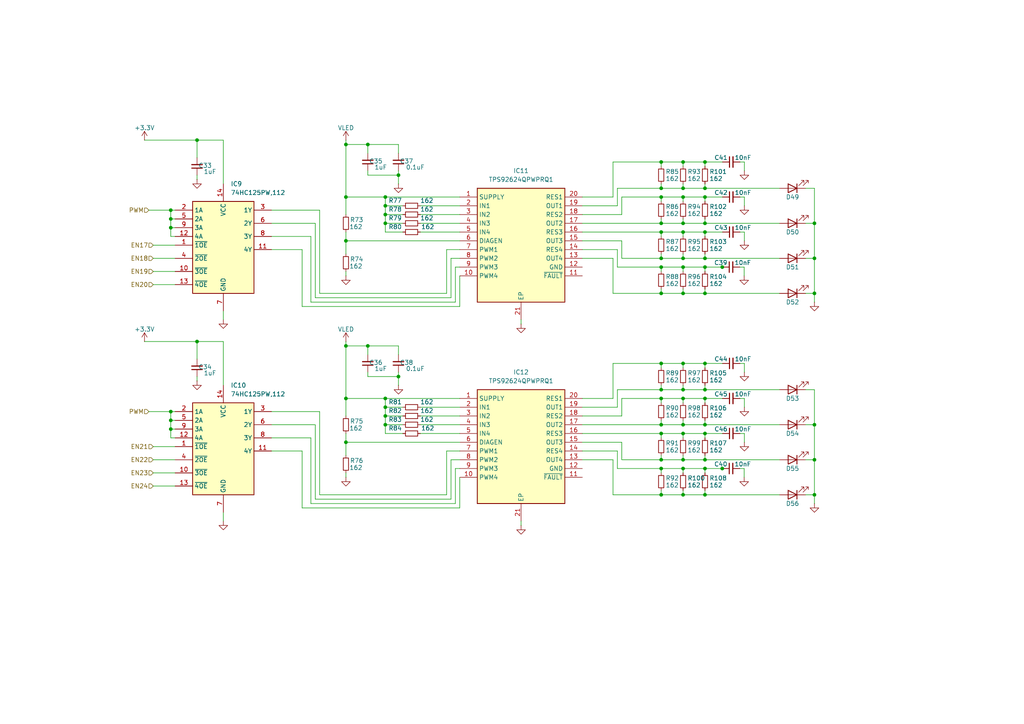
<source format=kicad_sch>
(kicad_sch (version 20250114) (generator "eeschema") (generator_version "9.0")
  (paper "A4")
  (lib_symbols
    (symbol "Device:C_Small" (pin_numbers (hide yes)) (pin_names (offset 0.254) (hide yes))
      (property "Reference" "C" (at 0.254 1.778 0))
      (property "Value" "C_Small" (at 0.254 -2.032 0))
      (symbol "C_Small_0_1"
        (polyline (pts (xy -1.524 0.508) (xy 1.524 0.508)) (stroke (width 0.3048)))
        (polyline (pts (xy -1.524 -0.508) (xy 1.524 -0.508)) (stroke (width 0.3302)))
      )
      (symbol "C_Small_1_1"
        (pin passive line (at 0 2.54 270) (length 2.032) (name "~") (number "1"))
        (pin passive line (at 0 -2.54 90) (length 2.032) (name "~") (number "2"))
      )
    )
    (symbol "Device:R_Small" (pin_numbers (hide yes)) (pin_names (offset 0.254) (hide yes))
      (property "Reference" "R" (at 0 0 90))
      (property "Value" "R_Small" (at 1.778 0 90))
      (symbol "R_Small_0_1"
        (rectangle (start -0.762 1.778) (end 0.762 -1.778) (stroke (width 0.2032)))
      )
      (symbol "R_Small_1_1"
        (pin passive line (at 0 2.54 270) (length 0.762) (name "~") (number "1"))
        (pin passive line (at 0 -2.54 90) (length 0.762) (name "~") (number "2"))
      )
    )
    (symbol "Library:74HC125PW,112"
      (property "Reference" "IC" (at 24.13 7.62 0))
      (property "Value" "74HC125PW,112" (at 24.13 5.08 0))
      (symbol "74HC125PW,112_1_1"
        (rectangle (start 5.08 2.54) (end 22.86 -24.13) (stroke (width 0.254)) (fill (type background)))
        (pin passive line (at 0 0 0) (length 5.08) (name "1A") (number "2"))
        (pin passive line (at 0 -2.54 0) (length 5.08) (name "2A") (number "5"))
        (pin passive line (at 0 -5.08 0) (length 5.08) (name "3A") (number "9"))
        (pin passive line (at 0 -7.62 0) (length 5.08) (name "4A") (number "12"))
        (pin passive line (at 0 -10.16 0) (length 5.08) (name "~{1OE}") (number "1"))
        (pin passive line (at 0 -13.97 0) (length 5.08) (name "~{2OE}") (number "4"))
        (pin passive line (at 0 -17.78 0) (length 5.08) (name "~{3OE}") (number "10"))
        (pin passive line (at 0 -21.59 0) (length 5.08) (name "~{4OE}") (number "13"))
        (pin passive line (at 13.97 7.62 270) (length 5.08) (name "VCC") (number "14"))
        (pin passive line (at 13.97 -29.21 90) (length 5.08) (name "GND") (number "7"))
        (pin passive line (at 27.94 0 180) (length 5.08) (name "1Y") (number "3"))
        (pin passive line (at 27.94 -3.81 180) (length 5.08) (name "2Y") (number "6"))
        (pin passive line (at 27.94 -7.62 180) (length 5.08) (name "3Y") (number "8"))
        (pin passive line (at 27.94 -11.43 180) (length 5.08) (name "4Y") (number "11"))
      )
    )
    (symbol "Library:LED" (pin_numbers (hide yes)) (pin_names (offset 1.016) (hide yes))
      (property "Reference" "D1" (at -1.5875 6.35 0))
      (property "Value" "LED" (at -1.5875 3.81 0))
      (symbol "LED_0_1"
        (polyline (pts (xy -3.048 -0.762) (xy -4.572 -2.286) (xy -3.81 -2.286) (xy -4.572 -2.286) (xy -4.572 -1.524)))
        (polyline (pts (xy -1.778 -0.762) (xy -3.302 -2.286) (xy -2.54 -2.286) (xy -3.302 -2.286) (xy -3.302 -1.524)))
        (polyline (pts (xy -1.27 0) (xy 1.27 0)))
        (polyline (pts (xy -1.27 -1.27) (xy -1.27 1.27)) (stroke (width 0.254)))
        (polyline (pts (xy 1.27 -1.27) (xy 1.27 1.27) (xy -1.27 0) (xy 1.27 -1.27)) (stroke (width 0.254)))
      )
      (symbol "LED_1_1"
        (pin passive line (at -3.81 0 0) (length 2.54) (name "K") (number "1"))
        (pin passive line (at -3.81 0 0) (length 2.54) (name "K") (number "2"))
        (pin passive line (at 3.81 0 180) (length 2.54) (name "A") (number "3"))
        (pin passive line (at 3.81 0 180) (length 2.54) (name "A") (number "4"))
      )
    )
    (symbol "Library:TPS92624QPWPRQ1"
      (property "Reference" "IC" (at 31.75 7.62 0))
      (property "Value" "TPS92624QPWPRQ1" (at 31.75 5.08 0))
      (symbol "TPS92624QPWPRQ1_1_1"
        (rectangle (start 5.08 2.54) (end 30.48 -30.48) (stroke (width 0.254)) (fill (type background)))
        (pin passive line (at 0 0 0) (length 5.08) (name "SUPPLY") (number "1"))
        (pin passive line (at 0 -2.54 0) (length 5.08) (name "IN1") (number "2"))
        (pin passive line (at 0 -5.08 0) (length 5.08) (name "IN2") (number "3"))
        (pin passive line (at 0 -7.62 0) (length 5.08) (name "IN3") (number "4"))
        (pin passive line (at 0 -10.16 0) (length 5.08) (name "IN4") (number "5"))
        (pin passive line (at 0 -12.7 0) (length 5.08) (name "DIAGEN") (number "6"))
        (pin passive line (at 0 -15.24 0) (length 5.08) (name "PWM1") (number "7"))
        (pin passive line (at 0 -17.78 0) (length 5.08) (name "PWM2") (number "8"))
        (pin passive line (at 0 -20.32 0) (length 5.08) (name "PWM3") (number "9"))
        (pin passive line (at 0 -22.86 0) (length 5.08) (name "PWM4") (number "10"))
        (pin passive line (at 17.78 -35.56 90) (length 5.08) (name "EP") (number "21"))
        (pin passive line (at 35.56 0 180) (length 5.08) (name "RES1") (number "20"))
        (pin passive line (at 35.56 -2.54 180) (length 5.08) (name "OUT1") (number "19"))
        (pin passive line (at 35.56 -5.08 180) (length 5.08) (name "RES2") (number "18"))
        (pin passive line (at 35.56 -7.62 180) (length 5.08) (name "OUT2") (number "17"))
        (pin passive line (at 35.56 -10.16 180) (length 5.08) (name "RES3") (number "16"))
        (pin passive line (at 35.56 -12.7 180) (length 5.08) (name "OUT3") (number "15"))
        (pin passive line (at 35.56 -15.24 180) (length 5.08) (name "RES4") (number "14"))
        (pin passive line (at 35.56 -17.78 180) (length 5.08) (name "OUT4") (number "13"))
        (pin passive line (at 35.56 -20.32 180) (length 5.08) (name "GND") (number "12"))
        (pin passive line (at 35.56 -22.86 180) (length 5.08) (name "~{FAULT}") (number "11"))
      )
    )
    (symbol "power:+3.3V" (power) (pin_numbers (hide yes)) (pin_names (offset 0) (hide yes))
      (property "Value" "+3.3V" (at 0 3.556 0))
      (symbol "+3.3V_0_1"
        (polyline (pts (xy -0.762 1.27) (xy 0 2.54)))
        (polyline (pts (xy 0 2.54) (xy 0.762 1.27)))
        (polyline (pts (xy 0 0) (xy 0 2.54)))
      )
      (symbol "+3.3V_1_1"
        (pin power_in line (at 0 0 90) (length 0) (name "~") (number "1"))
      )
    )
    (symbol "power:GND" (power) (pin_numbers (hide yes)) (pin_names (offset 0) (hide yes))
      (property "Value" "GND" (at 0 -3.81 0))
      (symbol "GND_0_1"
        (polyline (pts (xy 0 0) (xy 0 -1.27) (xy 1.27 -1.27) (xy 0 -2.54) (xy -1.27 -1.27) (xy 0 -1.27)))
      )
      (symbol "GND_1_1"
        (pin power_in line (at 0 0 270) (length 0) (name "~") (number "1"))
      )
    )
  )
  (junction (at 204.47 105.41))
  (junction (at 204.47 46.99))
  (junction (at 111.76 115.57))
  (junction (at 100.33 69.85))
  (junction (at 198.12 64.77))
  (junction (at 191.77 74.93))
  (junction (at 204.47 113.03))
  (junction (at 204.47 143.51))
  (junction (at 236.22 64.77))
  (junction (at 198.12 54.61))
  (junction (at 111.76 118.11))
  (junction (at 100.33 57.15))
  (junction (at 57.15 40.64))
  (junction (at 236.22 85.09))
  (junction (at 191.77 64.77))
  (junction (at 49.53 119.38))
  (junction (at 204.47 64.77))
  (junction (at 198.12 77.47))
  (junction (at 106.68 41.91))
  (junction (at 191.77 105.41))
  (junction (at 49.53 60.96))
  (junction (at 111.76 62.23))
  (junction (at 198.12 46.99))
  (junction (at 198.12 85.09))
  (junction (at 198.12 67.31))
  (junction (at 100.33 128.27))
  (junction (at 204.47 133.35))
  (junction (at 191.77 54.61))
  (junction (at 198.12 74.93))
  (junction (at 191.77 133.35))
  (junction (at 191.77 77.47))
  (junction (at 191.77 143.51))
  (junction (at 198.12 133.35))
  (junction (at 49.53 66.04))
  (junction (at 204.47 115.57))
  (junction (at 191.77 115.57))
  (junction (at 198.12 115.57))
  (junction (at 236.22 143.51))
  (junction (at 57.15 99.06))
  (junction (at 204.47 85.09))
  (junction (at 49.53 121.92))
  (junction (at 198.12 125.73))
  (junction (at 198.12 57.15))
  (junction (at 191.77 123.19))
  (junction (at 191.77 67.31))
  (junction (at 106.68 100.33))
  (junction (at 111.76 120.65))
  (junction (at 204.47 125.73))
  (junction (at 204.47 77.47))
  (junction (at 191.77 57.15))
  (junction (at 49.53 124.46))
  (junction (at 204.47 135.89))
  (junction (at 111.76 57.15))
  (junction (at 198.12 105.41))
  (junction (at 191.77 85.09))
  (junction (at 191.77 46.99))
  (junction (at 191.77 135.89))
  (junction (at 100.33 41.91))
  (junction (at 111.76 59.69))
  (junction (at 115.57 50.8))
  (junction (at 111.76 64.77))
  (junction (at 191.77 125.73))
  (junction (at 236.22 123.19))
  (junction (at 204.47 67.31))
  (junction (at 204.47 123.19))
  (junction (at 209.4874 77.47))
  (junction (at 100.33 100.33))
  (junction (at 198.12 113.03))
  (junction (at 198.12 135.89))
  (junction (at 209.4874 135.89))
  (junction (at 204.47 74.93))
  (junction (at 236.22 133.35))
  (junction (at 198.12 143.51))
  (junction (at 236.22 74.93))
  (junction (at 111.76 123.19))
  (junction (at 198.12 123.19))
  (junction (at 115.57 109.22))
  (junction (at 100.33 115.57))
  (junction (at 204.47 57.15))
  (junction (at 191.77 113.03))
  (junction (at 49.53 63.5))
  (junction (at 204.47 54.61))
  (wire (pts (xy 49.53 63.5) (xy 49.53 60.96)))
  (wire (pts (xy 236.22 74.93) (xy 236.22 85.09)))
  (wire (pts (xy 106.68 41.91) (xy 106.68 44.45)))
  (wire (pts (xy 204.47 54.61) (xy 226.06 54.61)))
  (wire (pts (xy 90.17 68.58) (xy 78.74 68.58)))
  (wire (pts (xy 198.12 113.03) (xy 198.12 111.76)))
  (wire (pts (xy 236.22 85.09) (xy 236.22 87.63)))
  (wire (pts (xy 198.12 77.47) (xy 204.47 77.47)))
  (wire (pts (xy 198.12 85.09) (xy 198.12 83.82)))
  (wire (pts (xy 49.53 119.38) (xy 50.8 119.38)))
  (wire (pts (xy 204.47 115.57) (xy 209.55 115.57)))
  (wire (pts (xy 115.57 109.22) (xy 115.57 111.76)))
  (wire (pts (xy 204.47 135.89) (xy 204.47 137.16)))
  (wire (pts (xy 49.53 66.04) (xy 50.8 66.04)))
  (wire (pts (xy 198.12 115.57) (xy 198.12 116.84)))
  (wire (pts (xy 91.44 144.78) (xy 130.81 144.78)))
  (wire (pts (xy 179.07 130.81) (xy 179.07 135.89)))
  (wire (pts (xy 106.68 107.95) (xy 106.68 109.22)))
  (wire (pts (xy 100.33 128.27) (xy 133.35 128.27)))
  (wire (pts (xy 41.91 99.06) (xy 57.15 99.06)))
  (wire (pts (xy 215.9 69.85) (xy 215.9 67.31)))
  (wire (pts (xy 132.08 87.63) (xy 90.17 87.63)))
  (wire (pts (xy 78.74 72.39) (xy 87.63 72.39)))
  (wire (pts (xy 57.15 99.06) (xy 57.15 104.14)))
  (wire (pts (xy 121.92 120.65) (xy 133.35 120.65)))
  (wire (pts (xy 44.45 71.12) (xy 50.8 71.12)))
  (wire (pts (xy 91.44 86.36) (xy 130.81 86.36)))
  (wire (pts (xy 204.47 105.41) (xy 204.47 106.68)))
  (wire (pts (xy 191.77 57.15) (xy 198.12 57.15)))
  (wire (pts (xy 111.76 59.69) (xy 116.84 59.69)))
  (wire (pts (xy 204.47 115.57) (xy 204.47 116.84)))
  (wire (pts (xy 168.91 67.31) (xy 191.77 67.31)))
  (wire (pts (xy 191.77 115.57) (xy 191.77 116.84)))
  (wire (pts (xy 43.18 60.96) (xy 49.53 60.96)))
  (wire (pts (xy 168.91 62.23) (xy 180.34 62.23)))
  (wire (pts (xy 49.53 66.04) (xy 49.53 63.5)))
  (wire (pts (xy 191.77 67.31) (xy 198.12 67.31)))
  (wire (pts (xy 236.22 64.77) (xy 236.22 74.93)))
  (wire (pts (xy 215.9 115.57) (xy 214.63 115.57)))
  (wire (pts (xy 215.9 59.69) (xy 215.9 57.15)))
  (wire (pts (xy 198.12 77.47) (xy 198.12 78.74)))
  (wire (pts (xy 191.77 113.03) (xy 191.77 111.76)))
  (wire (pts (xy 204.47 143.51) (xy 204.47 142.24)))
  (wire (pts (xy 106.68 49.53) (xy 106.68 50.8)))
  (wire (pts (xy 129.54 130.81) (xy 133.35 130.81)))
  (wire (pts (xy 116.84 125.73) (xy 111.76 125.73)))
  (wire (pts (xy 177.8 105.41) (xy 191.77 105.41)))
  (wire (pts (xy 236.22 143.51) (xy 233.68 143.51)))
  (wire (pts (xy 233.68 54.61) (xy 236.22 54.61)))
  (wire (pts (xy 49.53 60.96) (xy 50.8 60.96)))
  (wire (pts (xy 191.77 57.15) (xy 191.77 58.42)))
  (wire (pts (xy 198.12 125.73) (xy 198.12 127)))
  (wire (pts (xy 129.54 85.09) (xy 129.54 72.39)))
  (wire (pts (xy 179.07 54.61) (xy 191.77 54.61)))
  (wire (pts (xy 130.81 86.36) (xy 130.81 74.93)))
  (wire (pts (xy 168.91 128.27) (xy 180.34 128.27)))
  (wire (pts (xy 92.71 143.51) (xy 129.54 143.51)))
  (wire (pts (xy 100.33 115.57) (xy 111.76 115.57)))
  (wire (pts (xy 191.77 64.77) (xy 198.12 64.77)))
  (wire (pts (xy 204.47 67.31) (xy 209.55 67.31)))
  (wire (pts (xy 198.12 54.61) (xy 204.47 54.61)))
  (wire (pts (xy 111.76 118.11) (xy 111.76 115.57)))
  (wire (pts (xy 204.47 64.77) (xy 226.06 64.77)))
  (wire (pts (xy 204.47 133.35) (xy 204.47 132.08)))
  (wire (pts (xy 191.77 123.19) (xy 198.12 123.19)))
  (wire (pts (xy 121.92 64.77) (xy 133.35 64.77)))
  (wire (pts (xy 168.91 57.15) (xy 177.8 57.15)))
  (wire (pts (xy 180.34 128.27) (xy 180.34 133.35)))
  (wire (pts (xy 49.53 121.92) (xy 50.8 121.92)))
  (wire (pts (xy 121.92 118.11) (xy 133.35 118.11)))
  (wire (pts (xy 191.77 133.35) (xy 191.77 132.08)))
  (wire (pts (xy 92.71 60.96) (xy 92.71 85.09)))
  (wire (pts (xy 215.8374 138.43) (xy 215.8374 135.89)))
  (wire (pts (xy 168.91 64.77) (xy 191.77 64.77)))
  (wire (pts (xy 177.8 57.15) (xy 177.8 46.99)))
  (wire (pts (xy 115.57 50.8) (xy 115.57 49.53)))
  (wire (pts (xy 204.47 77.47) (xy 209.4874 77.47)))
  (wire (pts (xy 90.17 127) (xy 78.74 127)))
  (wire (pts (xy 44.45 74.93) (xy 50.8 74.93)))
  (wire (pts (xy 191.77 54.61) (xy 191.77 53.34)))
  (wire (pts (xy 191.77 67.31) (xy 191.77 68.58)))
  (wire (pts (xy 100.33 128.27) (xy 100.33 125.73)))
  (wire (pts (xy 215.9 67.31) (xy 214.63 67.31)))
  (wire (pts (xy 215.8374 135.89) (xy 214.5674 135.89)))
  (wire (pts (xy 44.45 140.97) (xy 50.8 140.97)))
  (wire (pts (xy 44.45 129.54) (xy 50.8 129.54)))
  (wire (pts (xy 64.77 90.17) (xy 64.77 92.71)))
  (wire (pts (xy 198.12 64.77) (xy 198.12 63.5)))
  (wire (pts (xy 130.81 144.78) (xy 130.81 133.35)))
  (wire (pts (xy 57.15 50.8) (xy 57.15 52.07)))
  (wire (pts (xy 191.77 135.89) (xy 198.12 135.89)))
  (wire (pts (xy 168.91 133.35) (xy 177.8 133.35)))
  (wire (pts (xy 57.15 109.22) (xy 57.15 110.49)))
  (wire (pts (xy 191.77 113.03) (xy 198.12 113.03)))
  (wire (pts (xy 133.35 135.89) (xy 132.08 135.89)))
  (wire (pts (xy 44.45 78.74) (xy 50.8 78.74)))
  (wire (pts (xy 133.35 88.9) (xy 133.35 80.01)))
  (wire (pts (xy 191.77 54.61) (xy 198.12 54.61)))
  (wire (pts (xy 180.34 69.85) (xy 180.34 74.93)))
  (wire (pts (xy 198.12 135.89) (xy 204.47 135.89)))
  (wire (pts (xy 204.47 133.35) (xy 226.06 133.35)))
  (wire (pts (xy 191.77 46.99) (xy 198.12 46.99)))
  (wire (pts (xy 115.57 100.33) (xy 115.57 102.87)))
  (wire (pts (xy 198.12 123.19) (xy 198.12 121.92)))
  (wire (pts (xy 204.47 135.89) (xy 209.4874 135.89)))
  (wire (pts (xy 191.77 125.73) (xy 191.77 127)))
  (wire (pts (xy 177.8 133.35) (xy 177.8 143.51)))
  (wire (pts (xy 121.92 123.19) (xy 133.35 123.19)))
  (wire (pts (xy 191.77 74.93) (xy 191.77 73.66)))
  (wire (pts (xy 100.33 100.33) (xy 106.68 100.33)))
  (wire (pts (xy 106.68 100.33) (xy 115.57 100.33)))
  (wire (pts (xy 177.8 46.99) (xy 191.77 46.99)))
  (wire (pts (xy 111.76 59.69) (xy 111.76 62.23)))
  (wire (pts (xy 100.33 41.91) (xy 100.33 57.15)))
  (wire (pts (xy 106.68 109.22) (xy 115.57 109.22)))
  (wire (pts (xy 121.92 67.31) (xy 133.35 67.31)))
  (wire (pts (xy 191.77 115.57) (xy 198.12 115.57)))
  (wire (pts (xy 111.76 59.69) (xy 111.76 57.15)))
  (wire (pts (xy 198.12 46.99) (xy 204.47 46.99)))
  (wire (pts (xy 177.8 85.09) (xy 191.77 85.09)))
  (wire (pts (xy 236.22 133.35) (xy 233.68 133.35)))
  (wire (pts (xy 49.53 124.46) (xy 50.8 124.46)))
  (wire (pts (xy 44.45 137.16) (xy 50.8 137.16)))
  (wire (pts (xy 151.13 151.13) (xy 151.13 152.4)))
  (wire (pts (xy 121.92 125.73) (xy 133.35 125.73)))
  (wire (pts (xy 179.07 118.11) (xy 179.07 113.03)))
  (wire (pts (xy 233.68 85.09) (xy 236.22 85.09)))
  (wire (pts (xy 204.47 74.93) (xy 226.06 74.93)))
  (wire (pts (xy 215.9 57.15) (xy 214.63 57.15)))
  (wire (pts (xy 215.9 105.41) (xy 214.63 105.41)))
  (wire (pts (xy 90.17 87.63) (xy 90.17 68.58)))
  (wire (pts (xy 87.63 147.32) (xy 133.35 147.32)))
  (wire (pts (xy 180.34 57.15) (xy 191.77 57.15)))
  (wire (pts (xy 130.81 133.35) (xy 133.35 133.35)))
  (wire (pts (xy 100.33 137.16) (xy 100.33 138.43)))
  (wire (pts (xy 121.92 59.69) (xy 133.35 59.69)))
  (wire (pts (xy 87.63 88.9) (xy 133.35 88.9)))
  (wire (pts (xy 236.22 123.19) (xy 233.68 123.19)))
  (wire (pts (xy 168.91 72.39) (xy 179.07 72.39)))
  (wire (pts (xy 198.12 64.77) (xy 204.47 64.77)))
  (wire (pts (xy 198.12 85.09) (xy 204.47 85.09)))
  (wire (pts (xy 179.07 59.69) (xy 179.07 54.61)))
  (wire (pts (xy 100.33 99.06) (xy 100.33 100.33)))
  (wire (pts (xy 168.91 59.69) (xy 179.07 59.69)))
  (wire (pts (xy 215.9 46.99) (xy 214.63 46.99)))
  (wire (pts (xy 106.68 41.91) (xy 115.57 41.91)))
  (wire (pts (xy 204.47 143.51) (xy 226.06 143.51)))
  (wire (pts (xy 130.81 74.93) (xy 133.35 74.93)))
  (wire (pts (xy 168.91 125.73) (xy 191.77 125.73)))
  (wire (pts (xy 191.77 77.47) (xy 198.12 77.47)))
  (wire (pts (xy 204.47 57.15) (xy 204.47 58.42)))
  (wire (pts (xy 198.12 133.35) (xy 204.47 133.35)))
  (wire (pts (xy 90.17 146.05) (xy 90.17 127)))
  (wire (pts (xy 91.44 123.19) (xy 91.44 144.78)))
  (wire (pts (xy 209.4874 77.47) (xy 209.55 77.47)))
  (wire (pts (xy 204.47 46.99) (xy 209.55 46.99)))
  (wire (pts (xy 100.33 69.85) (xy 100.33 67.31)))
  (wire (pts (xy 198.12 67.31) (xy 198.12 68.58)))
  (wire (pts (xy 92.71 119.38) (xy 92.71 143.51)))
  (wire (pts (xy 215.8374 80.01) (xy 215.8374 77.47)))
  (wire (pts (xy 198.12 143.51) (xy 198.12 142.24)))
  (wire (pts (xy 198.12 105.41) (xy 204.47 105.41)))
  (wire (pts (xy 198.12 67.31) (xy 204.47 67.31)))
  (wire (pts (xy 191.77 133.35) (xy 198.12 133.35)))
  (wire (pts (xy 180.34 120.65) (xy 180.34 115.57)))
  (wire (pts (xy 204.47 74.93) (xy 204.47 73.66)))
  (wire (pts (xy 50.8 68.58) (xy 49.53 68.58)))
  (wire (pts (xy 177.8 115.57) (xy 177.8 105.41)))
  (wire (pts (xy 204.47 85.09) (xy 204.47 83.82)))
  (wire (pts (xy 49.53 127) (xy 49.53 124.46)))
  (wire (pts (xy 43.18 119.38) (xy 49.53 119.38)))
  (wire (pts (xy 49.53 68.58) (xy 49.53 66.04)))
  (wire (pts (xy 111.76 123.19) (xy 111.76 125.73)))
  (wire (pts (xy 204.47 123.19) (xy 226.06 123.19)))
  (wire (pts (xy 204.47 123.19) (xy 204.47 121.92)))
  (wire (pts (xy 215.9 49.53) (xy 215.9 46.99)))
  (wire (pts (xy 64.77 53.34) (xy 64.77 40.64)))
  (wire (pts (xy 168.91 123.19) (xy 191.77 123.19)))
  (wire (pts (xy 78.74 60.96) (xy 92.71 60.96)))
  (wire (pts (xy 204.47 113.03) (xy 226.06 113.03)))
  (wire (pts (xy 198.12 46.99) (xy 198.12 48.26)))
  (wire (pts (xy 78.74 64.77) (xy 91.44 64.77)))
  (wire (pts (xy 204.47 46.99) (xy 204.47 48.26)))
  (wire (pts (xy 191.77 105.41) (xy 191.77 106.68)))
  (wire (pts (xy 233.68 74.93) (xy 236.22 74.93)))
  (wire (pts (xy 180.34 133.35) (xy 191.77 133.35)))
  (wire (pts (xy 168.91 74.93) (xy 177.8 74.93)))
  (wire (pts (xy 111.76 118.11) (xy 111.76 120.65)))
  (wire (pts (xy 177.8 74.93) (xy 177.8 85.09)))
  (wire (pts (xy 100.33 78.74) (xy 100.33 80.01)))
  (wire (pts (xy 151.13 92.71) (xy 151.13 93.98)))
  (wire (pts (xy 204.47 125.73) (xy 204.47 127)))
  (wire (pts (xy 191.77 125.73) (xy 198.12 125.73)))
  (wire (pts (xy 78.74 123.19) (xy 91.44 123.19)))
  (wire (pts (xy 111.76 118.11) (xy 116.84 118.11)))
  (wire (pts (xy 198.12 143.51) (xy 204.47 143.51)))
  (wire (pts (xy 78.74 119.38) (xy 92.71 119.38)))
  (wire (pts (xy 168.91 115.57) (xy 177.8 115.57)))
  (wire (pts (xy 87.63 72.39) (xy 87.63 88.9)))
  (wire (pts (xy 204.47 105.41) (xy 209.55 105.41)))
  (wire (pts (xy 179.07 72.39) (xy 179.07 77.47)))
  (wire (pts (xy 236.22 54.61) (xy 236.22 64.77)))
  (wire (pts (xy 78.74 130.81) (xy 87.63 130.81)))
  (wire (pts (xy 198.12 123.19) (xy 204.47 123.19)))
  (wire (pts (xy 191.77 85.09) (xy 191.77 83.82)))
  (wire (pts (xy 116.84 64.77) (xy 111.76 64.77)))
  (wire (pts (xy 191.77 105.41) (xy 198.12 105.41)))
  (wire (pts (xy 204.47 125.73) (xy 209.55 125.73)))
  (wire (pts (xy 204.47 85.09) (xy 226.06 85.09)))
  (wire (pts (xy 41.91 40.64) (xy 57.15 40.64)))
  (wire (pts (xy 49.53 63.5) (xy 50.8 63.5)))
  (wire (pts (xy 198.12 74.93) (xy 198.12 73.66)))
  (wire (pts (xy 209.4874 135.89) (xy 209.55 135.89)))
  (wire (pts (xy 111.76 64.77) (xy 111.76 67.31)))
  (wire (pts (xy 191.77 143.51) (xy 198.12 143.51)))
  (wire (pts (xy 111.76 115.57) (xy 133.35 115.57)))
  (wire (pts (xy 215.9 118.11) (xy 215.9 115.57)))
  (wire (pts (xy 215.9 128.27) (xy 215.9 125.73)))
  (wire (pts (xy 111.76 120.65) (xy 111.76 123.19)))
  (wire (pts (xy 198.12 57.15) (xy 204.47 57.15)))
  (wire (pts (xy 44.45 82.55) (xy 50.8 82.55)))
  (wire (pts (xy 132.08 77.47) (xy 132.08 87.63)))
  (wire (pts (xy 198.12 57.15) (xy 198.12 58.42)))
  (wire (pts (xy 91.44 64.77) (xy 91.44 86.36)))
  (wire (pts (xy 236.22 113.03) (xy 233.68 113.03)))
  (wire (pts (xy 198.12 133.35) (xy 198.12 132.08)))
  (wire (pts (xy 215.9 125.73) (xy 214.63 125.73)))
  (wire (pts (xy 198.12 54.61) (xy 198.12 53.34)))
  (wire (pts (xy 116.84 123.19) (xy 111.76 123.19)))
  (wire (pts (xy 111.76 62.23) (xy 111.76 64.77)))
  (wire (pts (xy 191.77 143.51) (xy 191.77 142.24)))
  (wire (pts (xy 115.57 109.22) (xy 115.57 107.95)))
  (wire (pts (xy 204.47 113.03) (xy 204.47 111.76)))
  (wire (pts (xy 44.45 133.35) (xy 50.8 133.35)))
  (wire (pts (xy 57.15 40.64) (xy 64.77 40.64)))
  (wire (pts (xy 49.53 124.46) (xy 49.53 121.92)))
  (wire (pts (xy 87.63 130.81) (xy 87.63 147.32)))
  (wire (pts (xy 168.91 118.11) (xy 179.07 118.11)))
  (wire (pts (xy 100.33 73.66) (xy 100.33 69.85)))
  (wire (pts (xy 204.47 64.77) (xy 204.47 63.5)))
  (wire (pts (xy 57.15 99.06) (xy 64.77 99.06)))
  (wire (pts (xy 177.8 143.51) (xy 191.77 143.51)))
  (wire (pts (xy 236.22 113.03) (xy 236.22 123.19)))
  (wire (pts (xy 191.77 46.99) (xy 191.77 48.26)))
  (wire (pts (xy 100.33 100.33) (xy 100.33 115.57)))
  (wire (pts (xy 50.8 127) (xy 49.53 127)))
  (wire (pts (xy 133.35 147.32) (xy 133.35 138.43)))
  (wire (pts (xy 198.12 105.41) (xy 198.12 106.68)))
  (wire (pts (xy 121.92 62.23) (xy 133.35 62.23)))
  (wire (pts (xy 180.34 74.93) (xy 191.77 74.93)))
  (wire (pts (xy 168.91 120.65) (xy 180.34 120.65)))
  (wire (pts (xy 132.08 146.05) (xy 90.17 146.05)))
  (wire (pts (xy 180.34 115.57) (xy 191.77 115.57)))
  (wire (pts (xy 115.57 41.91) (xy 115.57 44.45)))
  (wire (pts (xy 179.07 77.47) (xy 191.77 77.47)))
  (wire (pts (xy 106.68 100.33) (xy 106.68 102.87)))
  (wire (pts (xy 168.91 130.81) (xy 179.07 130.81)))
  (wire (pts (xy 204.47 54.61) (xy 204.47 53.34)))
  (wire (pts (xy 191.77 64.77) (xy 191.77 63.5)))
  (wire (pts (xy 168.91 69.85) (xy 180.34 69.85)))
  (wire (pts (xy 129.54 143.51) (xy 129.54 130.81)))
  (wire (pts (xy 191.77 123.19) (xy 191.77 121.92)))
  (wire (pts (xy 100.33 57.15) (xy 100.33 62.23)))
  (wire (pts (xy 129.54 72.39) (xy 133.35 72.39)))
  (wire (pts (xy 179.07 135.89) (xy 191.77 135.89)))
  (wire (pts (xy 116.84 67.31) (xy 111.76 67.31)))
  (wire (pts (xy 191.77 85.09) (xy 198.12 85.09)))
  (wire (pts (xy 198.12 115.57) (xy 204.47 115.57)))
  (wire (pts (xy 198.12 135.89) (xy 198.12 137.16)))
  (wire (pts (xy 64.77 111.76) (xy 64.77 99.06)))
  (wire (pts (xy 116.84 62.23) (xy 111.76 62.23)))
  (wire (pts (xy 115.57 50.8) (xy 115.57 53.34)))
  (wire (pts (xy 204.47 77.47) (xy 204.47 78.74)))
  (wire (pts (xy 215.9 107.95) (xy 215.9 105.41)))
  (wire (pts (xy 236.22 123.19) (xy 236.22 133.35)))
  (wire (pts (xy 49.53 121.92) (xy 49.53 119.38)))
  (wire (pts (xy 133.35 77.47) (xy 132.08 77.47)))
  (wire (pts (xy 132.08 135.89) (xy 132.08 146.05)))
  (wire (pts (xy 236.22 143.51) (xy 236.22 146.05)))
  (wire (pts (xy 100.33 40.64) (xy 100.33 41.91)))
  (wire (pts (xy 92.71 85.09) (xy 129.54 85.09)))
  (wire (pts (xy 100.33 57.15) (xy 111.76 57.15)))
  (wire (pts (xy 191.77 74.93) (xy 198.12 74.93)))
  (wire (pts (xy 233.68 64.77) (xy 236.22 64.77)))
  (wire (pts (xy 198.12 125.73) (xy 204.47 125.73)))
  (wire (pts (xy 106.68 50.8) (xy 115.57 50.8)))
  (wire (pts (xy 100.33 132.08) (xy 100.33 128.27)))
  (wire (pts (xy 198.12 113.03) (xy 204.47 113.03)))
  (wire (pts (xy 180.34 62.23) (xy 180.34 57.15)))
  (wire (pts (xy 100.33 115.57) (xy 100.33 120.65)))
  (wire (pts (xy 179.07 113.03) (xy 191.77 113.03)))
  (wire (pts (xy 64.77 148.59) (xy 64.77 151.13)))
  (wire (pts (xy 204.47 67.31) (xy 204.47 68.58)))
  (wire (pts (xy 236.22 133.35) (xy 236.22 143.51)))
  (wire (pts (xy 198.12 74.93) (xy 204.47 74.93)))
  (wire (pts (xy 215.8374 77.47) (xy 214.5674 77.47)))
  (wire (pts (xy 191.77 135.89) (xy 191.77 137.16)))
  (wire (pts (xy 57.15 40.64) (xy 57.15 45.72)))
  (wire (pts (xy 111.76 57.15) (xy 133.35 57.15)))
  (wire (pts (xy 100.33 41.91) (xy 106.68 41.91)))
  (wire (pts (xy 100.33 69.85) (xy 133.35 69.85)))
  (wire (pts (xy 204.47 57.15) (xy 209.55 57.15)))
  (wire (pts (xy 116.84 120.65) (xy 111.76 120.65)))
  (wire (pts (xy 191.77 77.47) (xy 191.77 78.74)))
  (hierarchical_label "EN18" (shape input) (at 44.45 74.93 180))
  (hierarchical_label "EN23" (shape input) (at 44.45 137.16 180))
  (hierarchical_label "EN17" (shape input) (at 44.45 71.12 180))
  (hierarchical_label "EN24" (shape input) (at 44.45 140.97 180))
  (hierarchical_label "PWM" (shape input) (at 43.18 119.38 180))
  (hierarchical_label "EN22" (shape input) (at 44.45 133.35 180))
  (hierarchical_label "PWM" (shape input) (at 43.18 60.96 180))
  (hierarchical_label "EN19" (shape input) (at 44.45 78.74 180))
  (hierarchical_label "EN21" (shape input) (at 44.45 129.54 180))
  (hierarchical_label "EN20" (shape input) (at 44.45 82.55 180))
  (symbol (lib_id "Device:R_Small") (at 191.77 50.8 0) (unit 1)
    (property "Reference" "R85" (at 193.04 49.784 0) (effects (justify left)))
    (property "Value" "162" (at 193.04 51.816 0) (effects (justify left)))
    (property "Description" "Resistor, small symbol" (effects (hide yes)))
  )
  (symbol (lib_id "Device:R_Small") (at 198.12 139.7 0) (unit 1)
    (property "Reference" "R100" (at 199.39 138.684 0) (effects (justify left)))
    (property "Value" "162" (at 199.39 140.716 0) (effects (justify left)))
    (property "Description" "Resistor, small symbol" (effects (hide yes)))
  )
  (symbol (lib_id "Device:R_Small") (at 198.12 119.38 0) (unit 1)
    (property "Reference" "R98" (at 199.39 118.364 0) (effects (justify left)))
    (property "Value" "162" (at 199.39 120.396 0) (effects (justify left)))
    (property "Description" "Resistor, small symbol" (effects (hide yes)))
  )
  (symbol (lib_id "power:GND") (at 151.13 93.98 0) (unit 1)
    (property "Reference" "#PWR071" (effects (hide yes)))
    (property "Value" "GND" (effects (hide yes)))
    (property "Description" "Power symbol creates a global label with name \"GND\" , ground" (effects (hide yes)))
  )
  (symbol (lib_id "power:GND") (at 100.33 80.01 0) (unit 1)
    (property "Reference" "#PWR066" (effects (hide yes)))
    (property "Value" "GND" (effects (hide yes)))
    (property "Description" "Power symbol creates a global label with name \"GND\" , ground" (effects (hide yes)))
  )
  (symbol (lib_id "Library:LED") (at 229.87 143.51 180) (unit 1)
    (property "Reference" "D56" (at 229.87 146.05 0))
    (property "Value" "LED" (effects (hide yes)))
    (property "Footprint" "Library:GWJTLRS1EMLVL5XX531" (effects (hide yes)))
    (property "Description" "Light emitting diode" (effects (hide yes)))
    (property "Sim.Pins" "1=K 2=A" (effects (hide yes)))
  )
  (symbol (lib_id "Library:LED") (at 229.87 123.19 180) (unit 1)
    (property "Reference" "D54" (at 229.87 125.73 0))
    (property "Value" "LED" (effects (hide yes)))
    (property "Footprint" "Library:GWJTLRS1EMLVL5XX531" (effects (hide yes)))
    (property "Description" "Light emitting diode" (effects (hide yes)))
    (property "Sim.Pins" "1=K 2=A" (effects (hide yes)))
  )
  (symbol (lib_id "Library:74HC125PW,112") (at 50.8 60.96 0) (unit 1)
    (property "Reference" "IC9" (at 66.9133 53.34 0) (effects (justify left)))
    (property "Value" "74HC125PW,112" (at 66.9133 55.88 0) (effects (justify left)))
    (property "Footprint" "Library:SOP65P640X110-14N" (effects (hide yes)))
    (property "Datasheet" "https://assets.nexperia.com/documents/data-sheet/74HC_HCT125.pdf" (effects (hide yes)))
    (property "Description" "74HC(T)125 - Quad buffer/line driver; 3-state@en-us" (effects (hide yes)))
    (property "Height" "1.1" (effects (hide yes)))
    (property "Manufacturer_Name" "Nexperia" (effects (hide yes)))
    (property "Manufacturer_Part_Number" "74HC125PW,112" (effects (hide yes)))
    (property "Mouser Part Number" "771-HC125PW112" (effects (hide yes)))
    (property "Mouser Price/Stock" "https://www.mouser.co.uk/ProductDetail/Nexperia/74HC125PW112?qs=P62ublwmbi%252BZ%2FJLwta676g%3D%3D" (effects (hide yes)))
    (property "Arrow Part Number" "74HC125PW,112" (effects (hide yes)))
    (property "Arrow Price/Stock" "https://www.arrow.com/en/products/74hc125pw112/nexperia?region=europe" (effects (hide yes)))
  )
  (symbol (lib_id "Device:C_Small") (at 57.15 48.26 180) (unit 1)
    (property "Reference" "C33" (at 61.468 48.006 0) (effects (justify left)))
    (property "Value" "1uF" (at 62.738 49.784 0) (effects (justify left)))
    (property "Description" "Unpolarized capacitor, small symbol" (effects (hide yes)))
  )
  (symbol (lib_id "Device:R_Small") (at 119.38 62.23 90) (unit 1)
    (property "Reference" "R78" (at 116.586 60.706 90) (effects (justify left)))
    (property "Value" "162" (at 125.73 60.706 90) (effects (justify left)))
    (property "Description" "Resistor, small symbol" (effects (hide yes)))
  )
  (symbol (lib_id "power:GND") (at 57.15 52.07 0) (unit 1)
    (property "Reference" "#PWR061" (effects (hide yes)))
    (property "Value" "GND" (effects (hide yes)))
    (property "Description" "Power symbol creates a global label with name \"GND\" , ground" (effects (hide yes)))
  )
  (symbol (lib_id "power:+3.3V") (at 100.33 40.64 0) (unit 1)
    (property "Reference" "#PWR065" (effects (hide yes)))
    (property "Value" "VLED" (at 100.33 37.084 0))
    (property "Description" "Power symbol creates a global label with name \"+3.3V\"" (effects (hide yes)))
  )
  (symbol (lib_id "power:+3.3V") (at 41.91 40.64 0) (unit 1)
    (property "Reference" "#PWR059" (effects (hide yes)))
    (property "Value" "+3.3V" (at 41.91 37.084 0))
    (property "Description" "Power symbol creates a global label with name \"+3.3V\"" (effects (hide yes)))
  )
  (symbol (lib_id "power:+3.3V") (at 100.33 99.06 0) (unit 1)
    (property "Reference" "#PWR067" (effects (hide yes)))
    (property "Value" "VLED" (at 100.33 95.504 0))
    (property "Description" "Power symbol creates a global label with name \"+3.3V\"" (effects (hide yes)))
  )
  (symbol (lib_id "power:GND") (at 215.9 128.27 0) (unit 1)
    (property "Reference" "#PWR080" (effects (hide yes)))
    (property "Value" "GND" (effects (hide yes)))
    (property "Description" "Power symbol creates a global label with name \"GND\" , ground" (effects (hide yes)))
  )
  (symbol (lib_id "Device:C_Small") (at 106.68 46.99 180) (unit 1)
    (property "Reference" "C35" (at 110.998 46.736 0) (effects (justify left)))
    (property "Value" "1uF" (at 112.268 48.514 0) (effects (justify left)))
    (property "Description" "Unpolarized capacitor, small symbol" (effects (hide yes)))
  )
  (symbol (lib_id "Device:C_Small") (at 115.57 46.99 180) (unit 1)
    (property "Reference" "C37" (at 119.888 46.736 0) (effects (justify left)))
    (property "Value" "0.1uF" (at 123.19 48.514 0) (effects (justify left)))
    (property "Description" "Unpolarized capacitor, small symbol" (effects (hide yes)))
  )
  (symbol (lib_id "Device:R_Small") (at 119.38 125.73 90) (unit 1)
    (property "Reference" "R84" (at 116.586 124.206 90) (effects (justify left)))
    (property "Value" "162" (at 125.984 124.206 90) (effects (justify left)))
    (property "Description" "Resistor, small symbol" (effects (hide yes)))
  )
  (symbol (lib_id "power:GND") (at 57.15 110.49 0) (unit 1)
    (property "Reference" "#PWR062" (effects (hide yes)))
    (property "Value" "GND" (effects (hide yes)))
    (property "Description" "Power symbol creates a global label with name \"GND\" , ground" (effects (hide yes)))
  )
  (symbol (lib_id "Device:C_Small") (at 212.09 115.57 90) (unit 1)
    (property "Reference" "C45" (at 211.074 114.3 90) (effects (justify left)))
    (property "Value" "10nF" (at 217.932 114.3 90) (effects (justify left)))
    (property "Description" "Unpolarized capacitor, small symbol" (effects (hide yes)))
  )
  (symbol (lib_id "Device:C_Small") (at 212.09 46.99 90) (unit 1)
    (property "Reference" "C41" (at 211.074 45.72 90) (effects (justify left)))
    (property "Value" "10nF" (at 217.932 45.72 90) (effects (justify left)))
    (property "Description" "Unpolarized capacitor, small symbol" (effects (hide yes)))
  )
  (symbol (lib_id "power:GND") (at 115.57 53.34 0) (unit 1)
    (property "Reference" "#PWR069" (effects (hide yes)))
    (property "Value" "GND" (effects (hide yes)))
    (property "Description" "Power symbol creates a global label with name \"GND\" , ground" (effects (hide yes)))
  )
  (symbol (lib_id "Device:R_Small") (at 191.77 71.12 0) (unit 1)
    (property "Reference" "R87" (at 193.04 70.104 0) (effects (justify left)))
    (property "Value" "162" (at 193.04 72.136 0) (effects (justify left)))
    (property "Description" "Resistor, small symbol" (effects (hide yes)))
  )
  (symbol (lib_id "power:GND") (at 236.22 146.05 0) (unit 1)
    (property "Reference" "#PWR082" (effects (hide yes)))
    (property "Value" "GND" (effects (hide yes)))
    (property "Description" "Power symbol creates a global label with name \"GND\" , ground" (effects (hide yes)))
  )
  (symbol (lib_id "Device:R_Small") (at 204.47 129.54 0) (unit 1)
    (property "Reference" "R107" (at 205.74 128.524 0) (effects (justify left)))
    (property "Value" "162" (at 205.74 130.556 0) (effects (justify left)))
    (property "Description" "Resistor, small symbol" (effects (hide yes)))
  )
  (symbol (lib_id "Device:R_Small") (at 119.38 59.69 90) (unit 1)
    (property "Reference" "R77" (at 116.586 58.166 90) (effects (justify left)))
    (property "Value" "162" (at 125.73 58.166 90) (effects (justify left)))
    (property "Description" "Resistor, small symbol" (effects (hide yes)))
  )
  (symbol (lib_id "Device:R_Small") (at 100.33 123.19 180) (unit 1)
    (property "Reference" "R75" (at 105.41 122.174 0) (effects (justify left)))
    (property "Value" "162" (at 105.156 124.206 0) (effects (justify left)))
    (property "Description" "Resistor, small symbol" (effects (hide yes)))
  )
  (symbol (lib_id "Library:TPS92624QPWPRQ1") (at 133.35 57.15 0) (unit 1)
    (property "Reference" "IC11" (at 151.13 49.53 0))
    (property "Value" "TPS92624QPWPRQ1" (at 151.13 52.07 0))
    (property "Footprint" "Library:SOP65P640X120-21N" (effects (hide yes)))
    (property "Datasheet" "https://www.ti.com/lit/ds/symlink/tps92624-q1.pdf?ts=1694767333380&ref_url=https%253A%252F%252Fwww.ti.com%252Fproduct%252FTPS92624-Q1%252Fpart-details%252FTPS92624QPWPRQ1%253Futm_source%253Dgoogle%2526utm_medium%253Dcpc%2526utm_campaign%253Docb-tistore-pr" (effects (hide yes)))
    (property "Description" "TPS92624-Q1 Four-Channel, Automotive High Side LED Driver with Thermal Sharing Control" (effects (hide yes)))
    (property "Height" "1.2" (effects (hide yes)))
    (property "Manufacturer_Name" "Texas Instruments" (effects (hide yes)))
    (property "Manufacturer_Part_Number" "TPS92624QPWPRQ1" (effects (hide yes)))
    (property "Mouser Part Number" "595-TPS92624QPWPRQ1" (effects (hide yes)))
    (property "Mouser Price/Stock" "https://www.mouser.co.uk/ProductDetail/Texas-Instruments/TPS92624QPWPRQ1?qs=t7xnP681wgUaZydy8rdCYA%3D%3D" (effects (hide yes)))
    (property "Arrow Part Number" "TPS92624QPWPRQ1" (effects (hide yes)))
    (property "Arrow Price/Stock" "https://www.arrow.com/en/products/tps92624qpwprq1/texas-instruments?utm_currency=USD&region=nac" (effects (hide yes)))
  )
  (symbol (lib_id "power:GND") (at 64.77 92.71 0) (unit 1)
    (property "Reference" "#PWR063" (effects (hide yes)))
    (property "Value" "GND" (effects (hide yes)))
    (property "Description" "Power symbol creates a global label with name \"GND\" , ground" (effects (hide yes)))
  )
  (symbol (lib_id "Device:C_Small") (at 212.09 125.73 90) (unit 1)
    (property "Reference" "C46" (at 211.074 124.46 90) (effects (justify left)))
    (property "Value" "10nF" (at 217.932 124.46 90) (effects (justify left)))
    (property "Description" "Unpolarized capacitor, small symbol" (effects (hide yes)))
  )
  (symbol (lib_id "Library:LED") (at 229.87 64.77 180) (unit 1)
    (property "Reference" "D50" (at 229.87 67.31 0))
    (property "Value" "LED" (effects (hide yes)))
    (property "Footprint" "Library:GWJTLRS1EMLVL5XX531" (effects (hide yes)))
    (property "Description" "Light emitting diode" (effects (hide yes)))
    (property "Sim.Pins" "1=K 2=A" (effects (hide yes)))
  )
  (symbol (lib_id "Device:R_Small") (at 119.38 64.77 90) (unit 1)
    (property "Reference" "R79" (at 116.586 63.246 90) (effects (justify left)))
    (property "Value" "162" (at 125.73 63.246 90) (effects (justify left)))
    (property "Description" "Resistor, small symbol" (effects (hide yes)))
  )
  (symbol (lib_id "power:+3.3V") (at 41.91 99.06 0) (unit 1)
    (property "Reference" "#PWR060" (effects (hide yes)))
    (property "Value" "+3.3V" (at 41.91 95.504 0))
    (property "Description" "Power symbol creates a global label with name \"+3.3V\"" (effects (hide yes)))
  )
  (symbol (lib_id "Device:C_Small") (at 212.09 105.41 90) (unit 1)
    (property "Reference" "C44" (at 211.074 104.14 90) (effects (justify left)))
    (property "Value" "10nF" (at 217.932 104.14 90) (effects (justify left)))
    (property "Description" "Unpolarized capacitor, small symbol" (effects (hide yes)))
  )
  (symbol (lib_id "Library:LED") (at 229.87 74.93 180) (unit 1)
    (property "Reference" "D51" (at 229.87 77.47 0))
    (property "Value" "LED" (effects (hide yes)))
    (property "Footprint" "Library:GWJTLRS1EMLVL5XX531" (effects (hide yes)))
    (property "Description" "Light emitting diode" (effects (hide yes)))
    (property "Sim.Pins" "1=K 2=A" (effects (hide yes)))
  )
  (symbol (lib_id "power:GND") (at 215.8374 80.01 0) (unit 1)
    (property "Reference" "#PWR073" (effects (hide yes)))
    (property "Value" "GND" (effects (hide yes)))
    (property "Description" "Power symbol creates a global label with name \"GND\" , ground" (effects (hide yes)))
  )
  (symbol (lib_id "Device:R_Small") (at 119.38 120.65 90) (unit 1)
    (property "Reference" "R82" (at 116.586 119.126 90) (effects (justify left)))
    (property "Value" "162" (at 125.73 119.126 90) (effects (justify left)))
    (property "Description" "Resistor, small symbol" (effects (hide yes)))
  )
  (symbol (lib_id "Device:R_Small") (at 191.77 119.38 0) (unit 1)
    (property "Reference" "R90" (at 193.04 118.364 0) (effects (justify left)))
    (property "Value" "162" (at 193.04 120.396 0) (effects (justify left)))
    (property "Description" "Resistor, small symbol" (effects (hide yes)))
  )
  (symbol (lib_id "Device:R_Small") (at 191.77 60.96 0) (unit 1)
    (property "Reference" "R86" (at 193.04 59.944 0) (effects (justify left)))
    (property "Value" "162" (at 193.04 61.976 0) (effects (justify left)))
    (property "Description" "Resistor, small symbol" (effects (hide yes)))
  )
  (symbol (lib_id "Device:R_Small") (at 100.33 134.62 180) (unit 1)
    (property "Reference" "R76" (at 105.41 133.604 0) (effects (justify left)))
    (property "Value" "162" (at 105.156 135.636 0) (effects (justify left)))
    (property "Description" "Resistor, small symbol" (effects (hide yes)))
  )
  (symbol (lib_id "power:GND") (at 115.57 111.76 0) (unit 1)
    (property "Reference" "#PWR070" (effects (hide yes)))
    (property "Value" "GND" (effects (hide yes)))
    (property "Description" "Power symbol creates a global label with name \"GND\" , ground" (effects (hide yes)))
  )
  (symbol (lib_id "Device:R_Small") (at 204.47 81.28 0) (unit 1)
    (property "Reference" "R104" (at 205.74 80.264 0) (effects (justify left)))
    (property "Value" "162" (at 205.74 82.296 0) (effects (justify left)))
    (property "Description" "Resistor, small symbol" (effects (hide yes)))
  )
  (symbol (lib_id "Device:R_Small") (at 191.77 109.22 0) (unit 1)
    (property "Reference" "R89" (at 193.04 108.204 0) (effects (justify left)))
    (property "Value" "162" (at 193.04 110.236 0) (effects (justify left)))
    (property "Description" "Resistor, small symbol" (effects (hide yes)))
  )
  (symbol (lib_id "Device:R_Small") (at 198.12 71.12 0) (unit 1)
    (property "Reference" "R95" (at 199.39 70.104 0) (effects (justify left)))
    (property "Value" "162" (at 199.39 72.136 0) (effects (justify left)))
    (property "Description" "Resistor, small symbol" (effects (hide yes)))
  )
  (symbol (lib_id "Device:C_Small") (at 212.09 67.31 90) (unit 1)
    (property "Reference" "C43" (at 211.074 66.04 90) (effects (justify left)))
    (property "Value" "10nF" (at 217.932 66.04 90) (effects (justify left)))
    (property "Description" "Unpolarized capacitor, small symbol" (effects (hide yes)))
  )
  (symbol (lib_id "power:GND") (at 215.9 49.53 0) (unit 1)
    (property "Reference" "#PWR075" (effects (hide yes)))
    (property "Value" "GND" (effects (hide yes)))
    (property "Description" "Power symbol creates a global label with name \"GND\" , ground" (effects (hide yes)))
  )
  (symbol (lib_id "Device:R_Small") (at 204.47 50.8 0) (unit 1)
    (property "Reference" "R101" (at 205.74 49.784 0) (effects (justify left)))
    (property "Value" "162" (at 205.74 51.816 0) (effects (justify left)))
    (property "Description" "Resistor, small symbol" (effects (hide yes)))
  )
  (symbol (lib_id "Device:R_Small") (at 204.47 109.22 0) (unit 1)
    (property "Reference" "R105" (at 205.74 108.204 0) (effects (justify left)))
    (property "Value" "162" (at 205.74 110.236 0) (effects (justify left)))
    (property "Description" "Resistor, small symbol" (effects (hide yes)))
  )
  (symbol (lib_id "Device:R_Small") (at 119.38 118.11 90) (unit 1)
    (property "Reference" "R81" (at 116.586 116.586 90) (effects (justify left)))
    (property "Value" "162" (at 125.73 116.586 90) (effects (justify left)))
    (property "Description" "Resistor, small symbol" (effects (hide yes)))
  )
  (symbol (lib_id "power:GND") (at 215.8374 138.43 0) (unit 1)
    (property "Reference" "#PWR074" (effects (hide yes)))
    (property "Value" "GND" (effects (hide yes)))
    (property "Description" "Power symbol creates a global label with name \"GND\" , ground" (effects (hide yes)))
  )
  (symbol (lib_id "Device:R_Small") (at 198.12 50.8 0) (unit 1)
    (property "Reference" "R93" (at 199.39 49.784 0) (effects (justify left)))
    (property "Value" "162" (at 199.39 51.816 0) (effects (justify left)))
    (property "Description" "Resistor, small symbol" (effects (hide yes)))
  )
  (symbol (lib_id "Device:R_Small") (at 204.47 119.38 0) (unit 1)
    (property "Reference" "R106" (at 205.74 118.364 0) (effects (justify left)))
    (property "Value" "162" (at 205.74 120.396 0) (effects (justify left)))
    (property "Description" "Resistor, small symbol" (effects (hide yes)))
  )
  (symbol (lib_id "Device:R_Small") (at 191.77 129.54 0) (unit 1)
    (property "Reference" "R91" (at 193.04 128.524 0) (effects (justify left)))
    (property "Value" "162" (at 193.04 130.556 0) (effects (justify left)))
    (property "Description" "Resistor, small symbol" (effects (hide yes)))
  )
  (symbol (lib_id "Device:R_Small") (at 100.33 76.2 180) (unit 1)
    (property "Reference" "R74" (at 105.41 75.184 0) (effects (justify left)))
    (property "Value" "162" (at 105.156 77.216 0) (effects (justify left)))
    (property "Description" "Resistor, small symbol" (effects (hide yes)))
  )
  (symbol (lib_id "Device:R_Small") (at 119.38 67.31 90) (unit 1)
    (property "Reference" "R80" (at 116.586 65.786 90) (effects (justify left)))
    (property "Value" "162" (at 125.984 65.786 90) (effects (justify left)))
    (property "Description" "Resistor, small symbol" (effects (hide yes)))
  )
  (symbol (lib_id "Library:TPS92624QPWPRQ1") (at 133.35 115.57 0) (unit 1)
    (property "Reference" "IC12" (at 151.13 107.95 0))
    (property "Value" "TPS92624QPWPRQ1" (at 151.13 110.49 0))
    (property "Footprint" "Library:SOP65P640X120-21N" (effects (hide yes)))
    (property "Datasheet" "https://www.ti.com/lit/ds/symlink/tps92624-q1.pdf?ts=1694767333380&ref_url=https%253A%252F%252Fwww.ti.com%252Fproduct%252FTPS92624-Q1%252Fpart-details%252FTPS92624QPWPRQ1%253Futm_source%253Dgoogle%2526utm_medium%253Dcpc%2526utm_campaign%253Docb-tistore-pr" (effects (hide yes)))
    (property "Description" "TPS92624-Q1 Four-Channel, Automotive High Side LED Driver with Thermal Sharing Control" (effects (hide yes)))
    (property "Height" "1.2" (effects (hide yes)))
    (property "Manufacturer_Name" "Texas Instruments" (effects (hide yes)))
    (property "Manufacturer_Part_Number" "TPS92624QPWPRQ1" (effects (hide yes)))
    (property "Mouser Part Number" "595-TPS92624QPWPRQ1" (effects (hide yes)))
    (property "Mouser Price/Stock" "https://www.mouser.co.uk/ProductDetail/Texas-Instruments/TPS92624QPWPRQ1?qs=t7xnP681wgUaZydy8rdCYA%3D%3D" (effects (hide yes)))
    (property "Arrow Part Number" "TPS92624QPWPRQ1" (effects (hide yes)))
    (property "Arrow Price/Stock" "https://www.arrow.com/en/products/tps92624qpwprq1/texas-instruments?utm_currency=USD&region=nac" (effects (hide yes)))
  )
  (symbol (lib_id "power:GND") (at 100.33 138.43 0) (unit 1)
    (property "Reference" "#PWR068" (effects (hide yes)))
    (property "Value" "GND" (effects (hide yes)))
    (property "Description" "Power symbol creates a global label with name \"GND\" , ground" (effects (hide yes)))
  )
  (symbol (lib_id "power:GND") (at 236.22 87.63 0) (unit 1)
    (property "Reference" "#PWR081" (effects (hide yes)))
    (property "Value" "GND" (effects (hide yes)))
    (property "Description" "Power symbol creates a global label with name \"GND\" , ground" (effects (hide yes)))
  )
  (symbol (lib_id "Library:LED") (at 229.87 133.35 180) (unit 1)
    (property "Reference" "D55" (at 229.87 135.89 0))
    (property "Value" "LED" (effects (hide yes)))
    (property "Footprint" "Library:GWJTLRS1EMLVL5XX531" (effects (hide yes)))
    (property "Description" "Light emitting diode" (effects (hide yes)))
    (property "Sim.Pins" "1=K 2=A" (effects (hide yes)))
  )
  (symbol (lib_id "Device:R_Small") (at 204.47 60.96 0) (unit 1)
    (property "Reference" "R102" (at 205.74 59.944 0) (effects (justify left)))
    (property "Value" "162" (at 205.74 61.976 0) (effects (justify left)))
    (property "Description" "Resistor, small symbol" (effects (hide yes)))
  )
  (symbol (lib_id "Device:C_Small") (at 106.68 105.41 180) (unit 1)
    (property "Reference" "C36" (at 110.998 105.156 0) (effects (justify left)))
    (property "Value" "1uF" (at 112.268 106.934 0) (effects (justify left)))
    (property "Description" "Unpolarized capacitor, small symbol" (effects (hide yes)))
  )
  (symbol (lib_id "power:GND") (at 64.77 151.13 0) (unit 1)
    (property "Reference" "#PWR064" (effects (hide yes)))
    (property "Value" "GND" (effects (hide yes)))
    (property "Description" "Power symbol creates a global label with name \"GND\" , ground" (effects (hide yes)))
  )
  (symbol (lib_id "Device:R_Small") (at 191.77 139.7 0) (unit 1)
    (property "Reference" "R92" (at 193.04 138.684 0) (effects (justify left)))
    (property "Value" "162" (at 193.04 140.716 0) (effects (justify left)))
    (property "Description" "Resistor, small symbol" (effects (hide yes)))
  )
  (symbol (lib_id "power:GND") (at 215.9 118.11 0) (unit 1)
    (property "Reference" "#PWR079" (effects (hide yes)))
    (property "Value" "GND" (effects (hide yes)))
    (property "Description" "Power symbol creates a global label with name \"GND\" , ground" (effects (hide yes)))
  )
  (symbol (lib_id "Device:R_Small") (at 119.38 123.19 90) (unit 1)
    (property "Reference" "R83" (at 116.586 121.666 90) (effects (justify left)))
    (property "Value" "162" (at 125.73 121.666 90) (effects (justify left)))
    (property "Description" "Resistor, small symbol" (effects (hide yes)))
  )
  (symbol (lib_id "Library:74HC125PW,112") (at 50.8 119.38 0) (unit 1)
    (property "Reference" "IC10" (at 66.9133 111.76 0) (effects (justify left)))
    (property "Value" "74HC125PW,112" (at 66.9133 114.3 0) (effects (justify left)))
    (property "Footprint" "Library:SOP65P640X110-14N" (effects (hide yes)))
    (property "Datasheet" "https://assets.nexperia.com/documents/data-sheet/74HC_HCT125.pdf" (effects (hide yes)))
    (property "Description" "74HC(T)125 - Quad buffer/line driver; 3-state@en-us" (effects (hide yes)))
    (property "Height" "1.1" (effects (hide yes)))
    (property "Manufacturer_Name" "Nexperia" (effects (hide yes)))
    (property "Manufacturer_Part_Number" "74HC125PW,112" (effects (hide yes)))
    (property "Mouser Part Number" "771-HC125PW112" (effects (hide yes)))
    (property "Mouser Price/Stock" "https://www.mouser.co.uk/ProductDetail/Nexperia/74HC125PW112?qs=P62ublwmbi%252BZ%2FJLwta676g%3D%3D" (effects (hide yes)))
    (property "Arrow Part Number" "74HC125PW,112" (effects (hide yes)))
    (property "Arrow Price/Stock" "https://www.arrow.com/en/products/74hc125pw112/nexperia?region=europe" (effects (hide yes)))
  )
  (symbol (lib_id "Device:R_Small") (at 198.12 109.22 0) (unit 1)
    (property "Reference" "R97" (at 199.39 108.204 0) (effects (justify left)))
    (property "Value" "162" (at 199.39 110.236 0) (effects (justify left)))
    (property "Description" "Resistor, small symbol" (effects (hide yes)))
  )
  (symbol (lib_id "Device:C_Small") (at 212.0274 77.47 90) (unit 1)
    (property "Reference" "C39" (at 211.0114 76.2 90) (effects (justify left)))
    (property "Value" "10nF" (at 217.8694 76.2 90) (effects (justify left)))
    (property "Description" "Unpolarized capacitor, small symbol" (effects (hide yes)))
  )
  (symbol (lib_id "Device:R_Small") (at 198.12 60.96 0) (unit 1)
    (property "Reference" "R94" (at 199.39 59.944 0) (effects (justify left)))
    (property "Value" "162" (at 199.39 61.976 0) (effects (justify left)))
    (property "Description" "Resistor, small symbol" (effects (hide yes)))
  )
  (symbol (lib_id "Device:R_Small") (at 191.77 81.28 0) (unit 1)
    (property "Reference" "R88" (at 193.04 80.264 0) (effects (justify left)))
    (property "Value" "162" (at 193.04 82.296 0) (effects (justify left)))
    (property "Description" "Resistor, small symbol" (effects (hide yes)))
  )
  (symbol (lib_id "Device:R_Small") (at 204.47 139.7 0) (unit 1)
    (property "Reference" "R108" (at 205.74 138.684 0) (effects (justify left)))
    (property "Value" "162" (at 205.74 140.716 0) (effects (justify left)))
    (property "Description" "Resistor, small symbol" (effects (hide yes)))
  )
  (symbol (lib_id "Device:C_Small") (at 212.0274 135.89 90) (unit 1)
    (property "Reference" "C40" (at 211.0114 134.62 90) (effects (justify left)))
    (property "Value" "10nF" (at 217.8694 134.62 90) (effects (justify left)))
    (property "Description" "Unpolarized capacitor, small symbol" (effects (hide yes)))
  )
  (symbol (lib_id "Device:C_Small") (at 115.57 105.41 180) (unit 1)
    (property "Reference" "C38" (at 119.888 105.156 0) (effects (justify left)))
    (property "Value" "0.1uF" (at 123.19 106.934 0) (effects (justify left)))
    (property "Description" "Unpolarized capacitor, small symbol" (effects (hide yes)))
  )
  (symbol (lib_id "power:GND") (at 215.9 69.85 0) (unit 1)
    (property "Reference" "#PWR077" (effects (hide yes)))
    (property "Value" "GND" (effects (hide yes)))
    (property "Description" "Power symbol creates a global label with name \"GND\" , ground" (effects (hide yes)))
  )
  (symbol (lib_id "Device:C_Small") (at 212.09 57.15 90) (unit 1)
    (property "Reference" "C42" (at 211.074 55.88 90) (effects (justify left)))
    (property "Value" "10nF" (at 217.932 55.88 90) (effects (justify left)))
    (property "Description" "Unpolarized capacitor, small symbol" (effects (hide yes)))
  )
  (symbol (lib_id "Device:R_Small") (at 198.12 81.28 0) (unit 1)
    (property "Reference" "R96" (at 199.39 80.264 0) (effects (justify left)))
    (property "Value" "162" (at 199.39 82.296 0) (effects (justify left)))
    (property "Description" "Resistor, small symbol" (effects (hide yes)))
  )
  (symbol (lib_id "Library:LED") (at 229.87 85.09 180) (unit 1)
    (property "Reference" "D52" (at 229.87 87.63 0))
    (property "Value" "LED" (effects (hide yes)))
    (property "Footprint" "Library:GWJTLRS1EMLVL5XX531" (effects (hide yes)))
    (property "Description" "Light emitting diode" (effects (hide yes)))
    (property "Sim.Pins" "1=K 2=A" (effects (hide yes)))
  )
  (symbol (lib_id "Device:R_Small") (at 204.47 71.12 0) (unit 1)
    (property "Reference" "R103" (at 205.74 70.104 0) (effects (justify left)))
    (property "Value" "162" (at 205.74 72.136 0) (effects (justify left)))
    (property "Description" "Resistor, small symbol" (effects (hide yes)))
  )
  (symbol (lib_id "Device:R_Small") (at 100.33 64.77 180) (unit 1)
    (property "Reference" "R73" (at 105.41 63.754 0) (effects (justify left)))
    (property "Value" "162" (at 105.156 65.786 0) (effects (justify left)))
    (property "Description" "Resistor, small symbol" (effects (hide yes)))
  )
  (symbol (lib_id "Device:C_Small") (at 57.15 106.68 180) (unit 1)
    (property "Reference" "C34" (at 61.468 106.426 0) (effects (justify left)))
    (property "Value" "1uF" (at 62.738 108.204 0) (effects (justify left)))
    (property "Description" "Unpolarized capacitor, small symbol" (effects (hide yes)))
  )
  (symbol (lib_id "power:GND") (at 151.13 152.4 0) (unit 1)
    (property "Reference" "#PWR072" (effects (hide yes)))
    (property "Value" "GND" (effects (hide yes)))
    (property "Description" "Power symbol creates a global label with name \"GND\" , ground" (effects (hide yes)))
  )
  (symbol (lib_id "Library:LED") (at 229.87 54.61 180) (unit 1)
    (property "Reference" "D49" (at 229.87 57.15 0))
    (property "Value" "LED" (effects (hide yes)))
    (property "Footprint" "Library:GWJTLRS1EMLVL5XX531" (effects (hide yes)))
    (property "Description" "Light emitting diode" (effects (hide yes)))
    (property "Sim.Pins" "1=K 2=A" (effects (hide yes)))
  )
  (symbol (lib_id "Library:LED") (at 229.87 113.03 180) (unit 1)
    (property "Reference" "D53" (at 229.87 115.57 0))
    (property "Value" "LED" (effects (hide yes)))
    (property "Footprint" "Library:GWJTLRS1EMLVL5XX531" (effects (hide yes)))
    (property "Description" "Light emitting diode" (effects (hide yes)))
    (property "Sim.Pins" "1=K 2=A" (effects (hide yes)))
  )
  (symbol (lib_id "power:GND") (at 215.9 107.95 0) (unit 1)
    (property "Reference" "#PWR078" (effects (hide yes)))
    (property "Value" "GND" (effects (hide yes)))
    (property "Description" "Power symbol creates a global label with name \"GND\" , ground" (effects (hide yes)))
  )
  (symbol (lib_id "power:GND") (at 215.9 59.69 0) (unit 1)
    (property "Reference" "#PWR076" (effects (hide yes)))
    (property "Value" "GND" (effects (hide yes)))
    (property "Description" "Power symbol creates a global label with name \"GND\" , ground" (effects (hide yes)))
  )
  (symbol (lib_id "Device:R_Small") (at 198.12 129.54 0) (unit 1)
    (property "Reference" "R99" (at 199.39 128.524 0) (effects (justify left)))
    (property "Value" "162" (at 199.39 130.556 0) (effects (justify left)))
    (property "Description" "Resistor, small symbol" (effects (hide yes)))
  )
)
</source>
